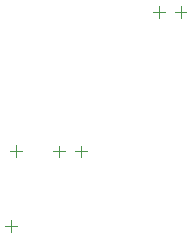
<source format=gbr>
%TF.GenerationSoftware,Altium Limited,Altium Designer,21.9.1 (22)*%
G04 Layer_Color=0*
%FSLAX45Y45*%
%MOMM*%
%TF.SameCoordinates,430BEF64-33ED-46D9-BD69-C1E45A4CD6A6*%
%TF.FilePolarity,Positive*%
%TF.FileFunction,Other,Top_Component_Center*%
%TF.Part,Single*%
G01*
G75*
%TA.AperFunction,NonConductor*%
%ADD74C,0.10000*%
D74*
X1860000Y1244725D02*
X1960000D01*
X1910000Y1194725D02*
Y1294725D01*
X3300000Y2370000D02*
Y2470000D01*
X3250000Y2420000D02*
X3350000D01*
X3117327Y2370000D02*
Y2470000D01*
X3067327Y2420000D02*
X3167327D01*
X2269575Y1190000D02*
Y1290000D01*
X2219575Y1240000D02*
X2319574D01*
X2460000Y1190000D02*
Y1290000D01*
X2410000Y1240000D02*
X2510000D01*
X1815425Y610000D02*
X1915425D01*
X1865425Y560000D02*
Y660000D01*
%TF.MD5,96f7664d241ed41cb054f6d2ffcd5b8a*%
M02*

</source>
